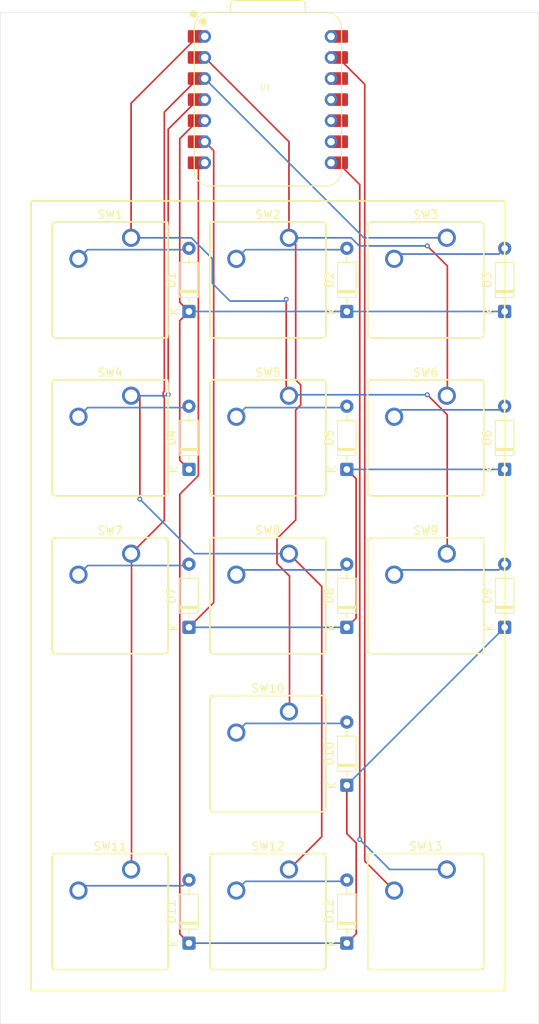
<source format=kicad_pcb>
(kicad_pcb (version 20241229) (generator "pcbnew") (generator_version "9.0")
  (layers (0 "F.Cu" signal) (2 "B.Cu" signal) (13 "F.Paste" user) (15 "B.Paste" user) (5 "F.SilkS" user "F.Silkscreen") (7 "B.SilkS" user "B.Silkscreen") (1 "F.Mask" user) (3 "B.Mask" user) (25 "Edge.Cuts" user))
  (net 0 "")
  (net 1 "Net-(D1-A)")
  (net 2 "GPIO6{slash}SDA")
  (net 3 "Net-(D2-A)")
  (net 4 "Net-(D3-A)")
  (net 5 "Net-(D4-A)")
  (net 6 "GPIO7{slash}SCL")
  (net 7 "Net-(D5-A)")
  (net 8 "Net-(D6-A)")
  (net 9 "Net-(D7-A)")
  (net 10 "Net-(D8-A)")
  (net 11 "Net-(D9-A)")
  (net 12 "GPIO0{slash}TX")
  (net 13 "Net-(D10-A)")
  (net 14 "Net-(D11-A)")
  (net 15 "Net-(D12-A)")
  (net 16 "GPIO26{slash}ADC0{slash}A0")
  (net 17 "GPIO27{slash}ADC1{slash}A1")
  (net 18 "GPIO28{slash}ADC2{slash}A2")
  (net 19 "GPIO29{slash}ADC3{slash}A3")
  (net 20 "GPIO1{slash}RX")
  (net 21 "GND")
  (footprint "Diode_THT:D_DO-35_SOD27_P7.62mm_Horizontal" (layer "F.Cu") (at 154.7813 87.1537 90)
    (property "Reference" "D7" (at 3.81 -2.12 90) (layer "F.SilkS"))
    (property "Value" "1N4148")
    (fp_text user "K" (at 0 -1.8 90) (layer "F.SilkS"))
    (pad "1" thru_hole roundrect (at 0 0 90) (size 1.6 1.6) (drill 0.8) (layers "*.Cu" "*.Mask") (roundrect_rratio 0.15625) (net 6 "GPIO7{slash}SCL"))
    (pad "2" thru_hole circle (at 7.62 0 90) (size 1.6 1.6) (drill 0.8) (layers "*.Cu" "*.Mask") (net 9 "Net-(D7-A)"))
  )
  (footprint "Library:SW_Cherry_MX_1.00u_PCB WITH 3D" (layer "F.Cu") (at 166.8463 116.3637)
    (property "Reference" "SW12" (at -2.54 -2.794 0) (layer "F.SilkS"))
    (property "Value" "SW_Push")
    (pad "" np_thru_hole circle (at -7.62 5.08) (size 1.7 1.7) (drill 1.7) (layers "*.Cu" "*.Mask"))
    (pad "" np_thru_hole circle (at -2.54 5.08) (size 4 4) (drill 4) (layers "*.Cu" "*.Mask"))
    (pad "" np_thru_hole circle (at 2.54 5.08) (size 1.7 1.7) (drill 1.7) (layers "*.Cu" "*.Mask"))
    (pad "1" thru_hole circle (at 0 0) (size 2.2 2.2) (drill 1.5) (layers "*.Cu" "*.Mask") (net 19 "GPIO29{slash}ADC3{slash}A3"))
    (pad "2" thru_hole circle (at -6.35 2.54) (size 2.2 2.2) (drill 1.5) (layers "*.Cu" "*.Mask") (net 15 "Net-(D12-A)"))
  )
  (footprint "Library:SW_Cherry_MX_1.00u_PCB WITH 3D" (layer "F.Cu") (at 147.7963 116.3637)
    (property "Reference" "SW11" (at -2.54 -2.794 0) (layer "F.SilkS"))
    (property "Value" "SW_Push")
    (pad "" np_thru_hole circle (at -7.62 5.08) (size 1.7 1.7) (drill 1.7) (layers "*.Cu" "*.Mask"))
    (pad "" np_thru_hole circle (at -2.54 5.08) (size 4 4) (drill 4) (layers "*.Cu" "*.Mask"))
    (pad "" np_thru_hole circle (at 2.54 5.08) (size 1.7 1.7) (drill 1.7) (layers "*.Cu" "*.Mask"))
    (pad "1" thru_hole circle (at 0 0) (size 2.2 2.2) (drill 1.5) (layers "*.Cu" "*.Mask") (net 18 "GPIO28{slash}ADC2{slash}A2"))
    (pad "2" thru_hole circle (at -6.35 2.54) (size 2.2 2.2) (drill 1.5) (layers "*.Cu" "*.Mask") (net 14 "Net-(D11-A)"))
  )
  (footprint "Library:SW_Cherry_MX_1.00u_PCB WITH 3D" (layer "F.Cu") (at 166.8463 59.2137)
    (property "Reference" "SW5" (at -2.54 -2.794 0) (layer "F.SilkS"))
    (property "Value" "SW_Push")
    (pad "" np_thru_hole circle (at -7.62 5.08) (size 1.7 1.7) (drill 1.7) (layers "*.Cu" "*.Mask"))
    (pad "" np_thru_hole circle (at -2.54 5.08) (size 4 4) (drill 4) (layers "*.Cu" "*.Mask"))
    (pad "" np_thru_hole circle (at 2.54 5.08) (size 1.7 1.7) (drill 1.7) (layers "*.Cu" "*.Mask"))
    (pad "1" thru_hole circle (at 0 0) (size 2.2 2.2) (drill 1.5) (layers "*.Cu" "*.Mask") (net 16 "GPIO26{slash}ADC0{slash}A0"))
    (pad "2" thru_hole circle (at -6.35 2.54) (size 2.2 2.2) (drill 1.5) (layers "*.Cu" "*.Mask") (net 7 "Net-(D5-A)"))
  )
  (footprint "Diode_THT:D_DO-35_SOD27_P7.62mm_Horizontal" (layer "F.Cu") (at 192.8813 87.1537 90)
    (property "Reference" "D9" (at 3.81 -2.12 90) (layer "F.SilkS"))
    (property "Value" "1N4148")
    (fp_text user "K" (at 0 -1.8 90) (layer "F.SilkS"))
    (pad "1" thru_hole roundrect (at 0 0 90) (size 1.6 1.6) (drill 0.8) (layers "*.Cu" "*.Mask") (roundrect_rratio 0.15625) (net 12 "GPIO0{slash}TX"))
    (pad "2" thru_hole circle (at 7.62 0 90) (size 1.6 1.6) (drill 0.8) (layers "*.Cu" "*.Mask") (net 11 "Net-(D9-A)"))
  )
  (footprint "Diode_THT:D_DO-35_SOD27_P7.62mm_Horizontal" (layer "F.Cu") (at 154.7813 125.2537 90)
    (property "Reference" "D11" (at 3.81 -2.12 90) (layer "F.SilkS"))
    (property "Value" "1N4148")
    (fp_text user "K" (at 0 -1.8 90) (layer "F.SilkS"))
    (pad "1" thru_hole roundrect (at 0 0 90) (size 1.6 1.6) (drill 0.8) (layers "*.Cu" "*.Mask") (roundrect_rratio 0.15625) (net 12 "GPIO0{slash}TX"))
    (pad "2" thru_hole circle (at 7.62 0 90) (size 1.6 1.6) (drill 0.8) (layers "*.Cu" "*.Mask") (net 14 "Net-(D11-A)"))
  )
  (footprint "seeed 2040:XIAO-RP2040-DIP" (layer "F.Cu") (at 164.3063 23.495)
    (property "Reference" "U1" (at -0.3063 -1.495 0) (layer "F.SilkS") (effects (font (size 0.635 0.635) (thickness 0.1016))))
    (property "Value" "XIAO-RP2040-DIP")
    (pad "1" smd roundrect (at -8.455 -7.62 180) (size 2.432 1.524) (layers "F.Cu" "F.Mask") (roundrect_rratio 0.1) (net 16 "GPIO26{slash}ADC0{slash}A0"))
    (pad "1" thru_hole circle (at -7.62 -7.62 180) (size 1.524 1.524) (drill 0.889) (layers "*.Cu" "*.Mask") (net 16 "GPIO26{slash}ADC0{slash}A0"))
    (pad "2" smd roundrect (at -8.455 -5.08 180) (size 2.432 1.524) (layers "F.Cu" "F.Mask") (roundrect_rratio 0.1) (net 17 "GPIO27{slash}ADC1{slash}A1"))
    (pad "2" thru_hole circle (at -7.62 -5.08 180) (size 1.524 1.524) (drill 0.889) (layers "*.Cu" "*.Mask") (net 17 "GPIO27{slash}ADC1{slash}A1"))
    (pad "3" smd roundrect (at -8.455 -2.54 180) (size 2.432 1.524) (layers "F.Cu" "F.Mask") (roundrect_rratio 0.1) (net 18 "GPIO28{slash}ADC2{slash}A2"))
    (pad "3" thru_hole circle (at -7.62 -2.54 180) (size 1.524 1.524) (drill 0.889) (layers "*.Cu" "*.Mask") (net 18 "GPIO28{slash}ADC2{slash}A2"))
    (pad "4" smd roundrect (at -8.455 0 180) (size 2.432 1.524) (layers "F.Cu" "F.Mask") (roundrect_rratio 0.1) (net 19 "GPIO29{slash}ADC3{slash}A3"))
    (pad "4" thru_hole circle (at -7.62 0 180) (size 1.524 1.524) (drill 0.889) (layers "*.Cu" "*.Mask") (net 19 "GPIO29{slash}ADC3{slash}A3"))
    (pad "5" smd roundrect (at -8.455 2.54 180) (size 2.432 1.524) (layers "F.Cu" "F.Mask") (roundrect_rratio 0.1) (net 2 "GPIO6{slash}SDA"))
    (pad "5" thru_hole circle (at -7.62 2.54 180) (size 1.524 1.524) (drill 0.889) (layers "*.Cu" "*.Mask") (net 2 "GPIO6{slash}SDA"))
    (pad "6" smd roundrect (at -8.455 5.08 180) (size 2.432 1.524) (layers "F.Cu" "F.Mask") (roundrect_rratio 0.1) (net 6 "GPIO7{slash}SCL"))
    (pad "6" thru_hole circle (at -7.62 5.08 180) (size 1.524 1.524) (drill 0.889) (layers "*.Cu" "*.Mask") (net 6 "GPIO7{slash}SCL"))
    (pad "7" smd roundrect (at -8.455 7.62 180) (size 2.432 1.524) (layers "F.Cu" "F.Mask") (roundrect_rratio 0.1) (net 12 "GPIO0{slash}TX"))
    (pad "7" thru_hole circle (at -7.62 7.62 180) (size 1.524 1.524) (drill 0.889) (layers "*.Cu" "*.Mask") (net 12 "GPIO0{slash}TX"))
    (pad "8" thru_hole circle (at 7.62 7.62) (size 1.524 1.524) (drill 0.889) (layers "*.Cu" "*.Mask") (net 20 "GPIO1{slash}RX"))
    (pad "8" smd roundrect (at 8.455 7.62) (size 2.432 1.524) (layers "F.Cu" "F.Mask") (roundrect_rratio 0.1) (net 20 "GPIO1{slash}RX"))
    (pad "9" thru_hole circle (at 7.62 5.08) (size 1.524 1.524) (drill 0.889) (layers "*.Cu" "*.Mask"))
    (pad "9" smd roundrect (at 8.455 5.08) (size 2.432 1.524) (layers "F.Cu" "F.Mask") (roundrect_rratio 0.1))
    (pad "10" thru_hole circle (at 7.62 2.54) (size 1.524 1.524) (drill 0.889) (layers "*.Cu" "*.Mask"))
    (pad "10" smd roundrect (at 8.455 2.54) (size 2.432 1.524) (layers "F.Cu" "F.Mask") (roundrect_rratio 0.1))
    (pad "11" thru_hole circle (at 7.62 0) (size 1.524 1.524) (drill 0.889) (layers "*.Cu" "*.Mask"))
    (pad "11" smd roundrect (at 8.455 0) (size 2.432 1.524) (layers "F.Cu" "F.Mask") (roundrect_rratio 0.1))
    (pad "12" thru_hole circle (at 7.62 -2.54) (size 1.524 1.524) (drill 0.889) (layers "*.Cu" "*.Mask"))
    (pad "12" smd roundrect (at 8.455 -2.54) (size 2.432 1.524) (layers "F.Cu" "F.Mask") (roundrect_rratio 0.1))
    (pad "13" thru_hole circle (at 7.62 -5.08) (size 1.524 1.524) (drill 0.889) (layers "*.Cu" "*.Mask") (net 21 "GND"))
    (pad "13" smd roundrect (at 8.455 -5.08) (size 2.432 1.524) (layers "F.Cu" "F.Mask") (roundrect_rratio 0.1) (net 21 "GND"))
    (pad "14" thru_hole circle (at 7.62 -7.62) (size 1.524 1.524) (drill 0.889) (layers "*.Cu" "*.Mask"))
    (pad "14" smd roundrect (at 8.455 -7.62) (size 2.432 1.524) (layers "F.Cu" "F.Mask") (roundrect_rratio 0.1))
  )
  (footprint "Diode_THT:D_DO-35_SOD27_P7.62mm_Horizontal" (layer "F.Cu") (at 154.7813 49.0537 90)
    (property "Reference" "D1" (at 3.81 -2.12 90) (layer "F.SilkS"))
    (property "Value" "1N4148")
    (fp_text user "K" (at 0 -1.8 90) (layer "F.SilkS"))
    (pad "1" thru_hole roundrect (at 0 0 90) (size 1.6 1.6) (drill 0.8) (layers "*.Cu" "*.Mask") (roundrect_rratio 0.15625) (net 2 "GPIO6{slash}SDA"))
    (pad "2" thru_hole circle (at 7.62 0 90) (size 1.6 1.6) (drill 0.8) (layers "*.Cu" "*.Mask") (net 1 "Net-(D1-A)"))
  )
  (footprint "Diode_THT:D_DO-35_SOD27_P7.62mm_Horizontal" (layer "F.Cu") (at 173.8313 87.1537 90)
    (property "Reference" "D8" (at 3.81 -2.12 90) (layer "F.SilkS"))
    (property "Value" "1N4148")
    (fp_text user "K" (at 0 -1.8 90) (layer "F.SilkS"))
    (pad "1" thru_hole roundrect (at 0 0 90) (size 1.6 1.6) (drill 0.8) (layers "*.Cu" "*.Mask") (roundrect_rratio 0.15625) (net 6 "GPIO7{slash}SCL"))
    (pad "2" thru_hole circle (at 7.62 0 90) (size 1.6 1.6) (drill 0.8) (layers "*.Cu" "*.Mask") (net 10 "Net-(D8-A)"))
  )
  (footprint "Library:SW_Cherry_MX_1.00u_PCB WITH 3D" (layer "F.Cu") (at 147.7963 78.2637)
    (property "Reference" "SW7" (at -2.54 -2.794 0) (layer "F.SilkS"))
    (property "Value" "SW_Push")
    (pad "" np_thru_hole circle (at -7.62 5.08) (size 1.7 1.7) (drill 1.7) (layers "*.Cu" "*.Mask"))
    (pad "" np_thru_hole circle (at -2.54 5.08) (size 4 4) (drill 4) (layers "*.Cu" "*.Mask"))
    (pad "" np_thru_hole circle (at 2.54 5.08) (size 1.7 1.7) (drill 1.7) (layers "*.Cu" "*.Mask"))
    (pad "1" thru_hole circle (at 0 0) (size 2.2 2.2) (drill 1.5) (layers "*.Cu" "*.Mask") (net 18 "GPIO28{slash}ADC2{slash}A2"))
    (pad "2" thru_hole circle (at -6.35 2.54) (size 2.2 2.2) (drill 1.5) (layers "*.Cu" "*.Mask") (net 9 "Net-(D7-A)"))
  )
  (footprint "Library:SW_Cherry_MX_1.00u_PCB WITH 3D" (layer "F.Cu") (at 166.8463 40.1637)
    (property "Reference" "SW2" (at -2.54 -2.794 0) (layer "F.SilkS"))
    (property "Value" "SW_Push")
    (pad "" np_thru_hole circle (at -7.62 5.08) (size 1.7 1.7) (drill 1.7) (layers "*.Cu" "*.Mask"))
    (pad "" np_thru_hole circle (at -2.54 5.08) (size 4 4) (drill 4) (layers "*.Cu" "*.Mask"))
    (pad "" np_thru_hole circle (at 2.54 5.08) (size 1.7 1.7) (drill 1.7) (layers "*.Cu" "*.Mask"))
    (pad "1" thru_hole circle (at 0 0) (size 2.2 2.2) (drill 1.5) (layers "*.Cu" "*.Mask") (net 17 "GPIO27{slash}ADC1{slash}A1"))
    (pad "2" thru_hole circle (at -6.35 2.54) (size 2.2 2.2) (drill 1.5) (layers "*.Cu" "*.Mask") (net 3 "Net-(D2-A)"))
  )
  (footprint "Diode_THT:D_DO-35_SOD27_P7.62mm_Horizontal" (layer "F.Cu") (at 192.8813 68.1037 90)
    (property "Reference" "D6" (at 3.81 -2.12 90) (layer "F.SilkS"))
    (property "Value" "1N4148")
    (fp_text user "K" (at 0 -1.8 90) (layer "F.SilkS"))
    (pad "1" thru_hole roundrect (at 0 0 90) (size 1.6 1.6) (drill 0.8) (layers "*.Cu" "*.Mask") (roundrect_rratio 0.15625) (net 6 "GPIO7{slash}SCL"))
    (pad "2" thru_hole circle (at 7.62 0 90) (size 1.6 1.6) (drill 0.8) (layers "*.Cu" "*.Mask") (net 8 "Net-(D6-A)"))
  )
  (footprint "Diode_THT:D_DO-35_SOD27_P7.62mm_Horizontal" (layer "F.Cu") (at 154.7813 68.1037 90)
    (property "Reference" "D4" (at 3.81 -2.12 90) (layer "F.SilkS"))
    (property "Value" "1N4148")
    (fp_text user "K" (at 0 -1.8 90) (layer "F.SilkS"))
    (pad "1" thru_hole roundrect (at 0 0 90) (size 1.6 1.6) (drill 0.8) (layers "*.Cu" "*.Mask") (roundrect_rratio 0.15625) (net 2 "GPIO6{slash}SDA"))
    (pad "2" thru_hole circle (at 7.62 0 90) (size 1.6 1.6) (drill 0.8) (layers "*.Cu" "*.Mask") (net 5 "Net-(D4-A)"))
  )
  (footprint "Library:SW_Cherry_MX_1.00u_PCB WITH 3D" (layer "F.Cu") (at 166.8463 78.2637)
    (property "Reference" "SW8" (at -2.54 -2.794 0) (layer "F.SilkS"))
    (property "Value" "SW_Push")
    (pad "" np_thru_hole circle (at -7.62 5.08) (size 1.7 1.7) (drill 1.7) (layers "*.Cu" "*.Mask"))
    (pad "" np_thru_hole circle (at -2.54 5.08) (size 4 4) (drill 4) (layers "*.Cu" "*.Mask"))
    (pad "" np_thru_hole circle (at 2.54 5.08) (size 1.7 1.7) (drill 1.7) (layers "*.Cu" "*.Mask"))
    (pad "1" thru_hole circle (at 0 0) (size 2.2 2.2) (drill 1.5) (layers "*.Cu" "*.Mask") (net 19 "GPIO29{slash}ADC3{slash}A3"))
    (pad "2" thru_hole circle (at -6.35 2.54) (size 2.2 2.2) (drill 1.5) (layers "*.Cu" "*.Mask") (net 10 "Net-(D8-A)"))
  )
  (footprint "Diode_THT:D_DO-35_SOD27_P7.62mm_Horizontal" (layer "F.Cu") (at 173.8313 68.1037 90)
    (property "Reference" "D5" (at 3.81 -2.12 90) (layer "F.SilkS"))
    (property "Value" "1N4148")
    (fp_text user "K" (at 0 -1.8 90) (layer "F.SilkS"))
    (pad "1" thru_hole roundrect (at 0 0 90) (size 1.6 1.6) (drill 0.8) (layers "*.Cu" "*.Mask") (roundrect_rratio 0.15625) (net 6 "GPIO7{slash}SCL"))
    (pad "2" thru_hole circle (at 7.62 0 90) (size 1.6 1.6) (drill 0.8) (layers "*.Cu" "*.Mask") (net 7 "Net-(D5-A)"))
  )
  (footprint "Library:SW_Cherry_MX_1.00u_PCB WITH 3D" (layer "F.Cu") (at 147.7963 59.2137)
    (property "Reference" "SW4" (at -2.54 -2.794 0) (layer "F.SilkS"))
    (property "Value" "SW_Push")
    (pad "" np_thru_hole circle (at -7.62 5.08) (size 1.7 1.7) (drill 1.7) (layers "*.Cu" "*.Mask"))
    (pad "" np_thru_hole circle (at -2.54 5.08) (size 4 4) (drill 4) (layers "*.Cu" "*.Mask"))
    (pad "" np_thru_hole circle (at 2.54 5.08) (size 1.7 1.7) (drill 1.7) (layers "*.Cu" "*.Mask"))
    (pad "1" thru_hole circle (at 0 0) (size 2.2 2.2) (drill 1.5) (layers "*.Cu" "*.Mask") (net 19 "GPIO29{slash}ADC3{slash}A3"))
    (pad "2" thru_hole circle (at -6.35 2.54) (size 2.2 2.2) (drill 1.5) (layers "*.Cu" "*.Mask") (net 5 "Net-(D4-A)"))
  )
  (footprint "Library:SW_Cherry_MX_1.00u_PCB WITH 3D" (layer "F.Cu") (at 166.8463 97.3137)
    (property "Reference" "SW10" (at -2.54 -2.794 0) (layer "F.SilkS"))
    (property "Value" "SW_Push")
    (pad "" np_thru_hole circle (at -7.62 5.08) (size 1.7 1.7) (drill 1.7) (layers "*.Cu" "*.Mask"))
    (pad "" np_thru_hole circle (at -2.54 5.08) (size 4 4) (drill 4) (layers "*.Cu" "*.Mask"))
    (pad "" np_thru_hole circle (at 2.54 5.08) (size 1.7 1.7) (drill 1.7) (layers "*.Cu" "*.Mask"))
    (pad "1" thru_hole circle (at 0 0) (size 2.2 2.2) (drill 1.5) (layers "*.Cu" "*.Mask") (net 17 "GPIO27{slash}ADC1{slash}A1"))
    (pad "2" thru_hole circle (at -6.35 2.54) (size 2.2 2.2) (drill 1.5) (layers "*.Cu" "*.Mask") (net 13 "Net-(D10-A)"))
  )
  (footprint "Diode_THT:D_DO-35_SOD27_P7.62mm_Horizontal" (layer "F.Cu") (at 173.8313 49.0537 90)
    (property "Reference" "D2" (at 3.81 -2.12 90) (layer "F.SilkS"))
    (property "Value" "1N4148")
    (fp_text user "K" (at 0 -1.8 90) (layer "F.SilkS"))
    (pad "1" thru_hole roundrect (at 0 0 90) (size 1.6 1.6) (drill 0.8) (layers "*.Cu" "*.Mask") (roundrect_rratio 0.15625) (net 2 "GPIO6{slash}SDA"))
    (pad "2" thru_hole circle (at 7.62 0 90) (size 1.6 1.6) (drill 0.8) (layers "*.Cu" "*.Mask") (net 3 "Net-(D2-A)"))
  )
  (footprint "Library:SW_Cherry_MX_1.00u_PCB WITH 3D" (layer "F.Cu") (at 147.7963 40.1637)
    (property "Reference" "SW1" (at -2.54 -2.794 0) (layer "F.SilkS"))
    (property "Value" "SW_Push")
    (pad "" np_thru_hole circle (at -7.62 5.08) (size 1.7 1.7) (drill 1.7) (layers "*.Cu" "*.Mask"))
    (pad "" np_thru_hole circle (at -2.54 5.08) (size 4 4) (drill 4) (layers "*.Cu" "*.Mask"))
    (pad "" np_thru_hole circle (at 2.54 5.08) (size 1.7 1.7) (drill 1.7) (layers "*.Cu" "*.Mask"))
    (pad "1" thru_hole circle (at 0 0) (size 2.2 2.2) (drill 1.5) (layers "*.Cu" "*.Mask") (net 16 "GPIO26{slash}ADC0{slash}A0"))
    (pad "2" thru_hole circle (at -6.35 2.54) (size 2.2 2.2) (drill 1.5) (layers "*.Cu" "*.Mask") (net 1 "Net-(D1-A)"))
  )
  (footprint "Library:SW_Cherry_MX_1.00u_PCB WITH 3D" (layer "F.Cu") (at 185.8963 116.3637)
    (property "Reference" "SW13" (at -2.54 -2.794 0) (layer "F.SilkS"))
    (property "Value" "SW_Push")
    (pad "" np_thru_hole circle (at -7.62 5.08) (size 1.7 1.7) (drill 1.7) (layers "*.Cu" "*.Mask"))
    (pad "" np_thru_hole circle (at -2.54 5.08) (size 4 4) (drill 4) (layers "*.Cu" "*.Mask"))
    (pad "" np_thru_hole circle (at 2.54 5.08) (size 1.7 1.7) (drill 1.7) (layers "*.Cu" "*.Mask"))
    (pad "1" thru_hole circle (at 0 0) (size 2.2 2.2) (drill 1.5) (layers "*.Cu" "*.Mask") (net 20 "GPIO1{slash}RX"))
    (pad "2" thru_hole circle (at -6.35 2.54) (size 2.2 2.2) (drill 1.5) (layers "*.Cu" "*.Mask") (net 21 "GND"))
  )
  (footprint "Library:SW_Cherry_MX_1.00u_PCB WITH 3D" (layer "F.Cu") (at 185.8963 40.1637)
    (property "Reference" "SW3" (at -2.54 -2.794 0) (layer "F.SilkS"))
    (property "Value" "SW_Push")
    (pad "" np_thru_hole circle (at -7.62 5.08) (size 1.7 1.7) (drill 1.7) (layers "*.Cu" "*.Mask"))
    (pad "" np_thru_hole circle (at -2.54 5.08) (size 4 4) (drill 4) (layers "*.Cu" "*.Mask"))
    (pad "" np_thru_hole circle (at 2.54 5.08) (size 1.7 1.7) (drill 1.7) (layers "*.Cu" "*.Mask"))
    (pad "1" thru_hole circle (at 0 0) (size 2.2 2.2) (drill 1.5) (layers "*.Cu" "*.Mask") (net 18 "GPIO28{slash}ADC2{slash}A2"))
    (pad "2" thru_hole circle (at -6.35 2.54) (size 2.2 2.2) (drill 1.5) (layers "*.Cu" "*.Mask") (net 4 "Net-(D3-A)"))
  )
  (footprint "Diode_THT:D_DO-35_SOD27_P7.62mm_Horizontal" (layer "F.Cu") (at 173.8313 106.2037 90)
    (property "Reference" "D10" (at 3.81 -2.12 90) (layer "F.SilkS"))
    (property "Value" "1N4148")
    (fp_text user "K" (at 0 -1.8 90) (layer "F.SilkS"))
    (pad "1" thru_hole roundrect (at 0 0 90) (size 1.6 1.6) (drill 0.8) (layers "*.Cu" "*.Mask") (roundrect_rratio 0.15625) (net 12 "GPIO0{slash}TX"))
    (pad "2" thru_hole circle (at 7.62 0 90) (size 1.6 1.6) (drill 0.8) (layers "*.Cu" "*.Mask") (net 13 "Net-(D10-A)"))
  )
  (footprint "Library:SW_Cherry_MX_1.00u_PCB WITH 3D" (layer "F.Cu") (at 185.8963 78.2637)
    (property "Reference" "SW9" (at -2.54 -2.794 0) (layer "F.SilkS"))
    (property "Value" "SW_Push")
    (pad "" np_thru_hole circle (at -7.62 5.08) (size 1.7 1.7) (drill 1.7) (layers "*.Cu" "*.Mask"))
    (pad "" np_thru_hole circle (at -2.54 5.08) (size 4 4) (drill 4) (layers "*.Cu" "*.Mask"))
    (pad "" np_thru_hole circle (at 2.54 5.08) (size 1.7 1.7) (drill 1.7) (layers "*.Cu" "*.Mask"))
    (pad "1" thru_hole circle (at 0 0) (size 2.2 2.2) (drill 1.5) (layers "*.Cu" "*.Mask") (net 16 "GPIO26{slash}ADC0{slash}A0"))
    (pad "2" thru_hole circle (at -6.35 2.54) (size 2.2 2.2) (drill 1.5) (layers "*.Cu" "*.Mask") (net 11 "Net-(D9-A)"))
  )
  (footprint "Diode_THT:D_DO-35_SOD27_P7.62mm_Horizontal" (layer "F.Cu") (at 192.8813 49.0537 90)
    (property "Reference" "D3" (at 3.81 -2.12 90) (layer "F.SilkS"))
    (property "Value" "1N4148")
    (fp_text user "K" (at 0 -1.8 90) (layer "F.SilkS"))
    (pad "1" thru_hole roundrect (at 0 0 90) (size 1.6 1.6) (drill 0.8) (layers "*.Cu" "*.Mask") (roundrect_rratio 0.15625) (net 2 "GPIO6{slash}SDA"))
    (pad "2" thru_hole circle (at 7.62 0 90) (size 1.6 1.6) (drill 0.8) (layers "*.Cu" "*.Mask") (net 4 "Net-(D3-A)"))
  )
  (footprint "Library:SW_Cherry_MX_1.00u_PCB WITH 3D" (layer "F.Cu") (at 185.8963 59.2137)
    (property "Reference" "SW6" (at -2.54 -2.794 0) (layer "F.SilkS"))
    (property "Value" "SW_Push")
    (pad "" np_thru_hole circle (at -7.62 5.08) (size 1.7 1.7) (drill 1.7) (layers "*.Cu" "*.Mask"))
    (pad "" np_thru_hole circle (at -2.54 5.08) (size 4 4) (drill 4) (layers "*.Cu" "*.Mask"))
    (pad "" np_thru_hole circle (at 2.54 5.08) (size 1.7 1.7) (drill 1.7) (layers "*.Cu" "*.Mask"))
    (pad "1" thru_hole circle (at 0 0) (size 2.2 2.2) (drill 1.5) (layers "*.Cu" "*.Mask") (net 17 "GPIO27{slash}ADC1{slash}A1"))
    (pad "2" thru_hole circle (at -6.35 2.54) (size 2.2 2.2) (drill 1.5) (layers "*.Cu" "*.Mask") (net 8 "Net-(D6-A)"))
  )
  (footprint "Diode_THT:D_DO-35_SOD27_P7.62mm_Horizontal" (layer "F.Cu") (at 173.8313 125.2537 90)
    (property "Reference" "D12" (at 3.81 -2.12 90) (layer "F.SilkS"))
    (property "Value" "1N4148")
    (fp_text user "K" (at 0 -1.8 90) (layer "F.SilkS"))
    (pad "1" thru_hole roundrect (at 0 0 90) (size 1.6 1.6) (drill 0.8) (layers "*.Cu" "*.Mask") (roundrect_rratio 0.15625) (net 12 "GPIO0{slash}TX"))
    (pad "2" thru_hole circle (at 7.62 0 90) (size 1.6 1.6) (drill 0.8) (layers "*.Cu" "*.Mask") (net 15 "Net-(D12-A)"))
  )
  (gr_line (start 176.85625 52.24375) (end 189.85625 52.24375) (stroke (width 0.2)) (layer "F.SilkS"))
  (gr_arc (start 170.80625 95.39375) (mid 171.159803 95.540197) (end 171.30625 95.89375) (stroke (width 0.2)) (layer "F.SilkS"))
  (gr_line (start 176.85625 128.44375) (end 189.85625 128.44375) (stroke (width 0.2)) (layer "F.SilkS"))
  (gr_arc (start 157.80625 109.39375) (mid 157.452697 109.247303) (end 157.30625 108.89375) (stroke (width 0.2)) (layer "F.SilkS"))
  (gr_arc (start 189.85625 114.44375) (mid 190.209803 114.590197) (end 190.35625 114.94375) (stroke (width 0.2)) (layer "F.SilkS"))
  (gr_line (start 135.73125 130.96875) (end 192.88125 130.96875) (stroke (width 0.2)) (layer "F.SilkS"))
  (gr_arc (start 138.75625 128.44375) (mid 138.402697 128.297303) (end 138.25625 127.94375) (stroke (width 0.2)) (layer "F.SilkS"))
  (gr_arc (start 157.80625 71.29375) (mid 157.452697 71.147303) (end 157.30625 70.79375) (stroke (width 0.2)) (layer "F.SilkS"))
  (gr_arc (start 151.75625 38.24375) (mid 152.109803 38.390197) (end 152.25625 38.74375) (stroke (width 0.2)) (layer "F.SilkS"))
  (gr_line (start 176.85625 57.29375) (end 189.85625 57.29375) (stroke (width 0.2)) (layer "F.SilkS"))
  (gr_arc (start 152.25625 51.74375) (mid 152.109803 52.097303) (end 151.75625 52.24375) (stroke (width 0.2)) (layer "F.SilkS"))
  (gr_arc (start 176.85625 52.24375) (mid 176.502697 52.097303) (end 176.35625 51.74375) (stroke (width 0.2)) (layer "F.SilkS"))
  (gr_line (start 152.25625 57.79375) (end 152.25625 70.79375) (stroke (width 0.2)) (layer "F.SilkS"))
  (gr_arc (start 171.30625 70.79375) (mid 171.159803 71.147303) (end 170.80625 71.29375) (stroke (width 0.2)) (layer "F.SilkS"))
  (gr_line (start 176.35625 57.79375) (end 176.35625 70.79375) (stroke (width 0.2)) (layer "F.SilkS"))
  (gr_line (start 190.35625 114.94375) (end 190.35625 127.94375) (stroke (width 0.2)) (layer "F.SilkS"))
  (gr_arc (start 152.25625 89.84375) (mid 152.109803 90.197303) (end 151.75625 90.34375) (stroke (width 0.2)) (layer "F.SilkS"))
  (gr_line (start 157.80625 38.24375) (end 170.80625 38.24375) (stroke (width 0.2)) (layer "F.SilkS"))
  (gr_line (start 157.80625 128.44375) (end 170.80625 128.44375) (stroke (width 0.2)) (layer "F.SilkS"))
  (gr_arc (start 189.85625 38.24375) (mid 190.209803 38.390197) (end 190.35625 38.74375) (stroke (width 0.2)) (layer "F.SilkS"))
  (gr_line (start 176.85625 114.44375) (end 189.85625 114.44375) (stroke (width 0.2)) (layer "F.SilkS"))
  (gr_arc (start 176.85625 90.34375) (mid 176.502697 90.197303) (end 176.35625 89.84375) (stroke (width 0.2)) (layer "F.SilkS"))
  (gr_arc (start 152.25625 127.94375) (mid 152.109803 128.297303) (end 151.75625 128.44375) (stroke (width 0.2)) (layer "F.SilkS"))
  (gr_arc (start 157.30625 57.79375) (mid 157.452697 57.440197) (end 157.80625 57.29375) (stroke (width 0.2)) (layer "F.SilkS"))
  (gr_arc (start 170.80625 76.34375) (mid 171.159803 76.490197) (end 171.30625 76.84375) (stroke (width 0.2)) (layer "F.SilkS"))
  (gr_arc (start 176.85625 128.44375) (mid 176.502697 128.297303) (end 176.35625 127.94375) (stroke (width 0.2)) (layer "F.SilkS"))
  (gr_line (start 157.30625 57.79375) (end 157.30625 70.79375) (stroke (width 0.2)) (layer "F.SilkS"))
  (gr_arc (start 151.75625 57.29375) (mid 152.109803 57.440197) (end 152.25625 57.79375) (stroke (width 0.2)) (layer "F.SilkS"))
  (gr_arc (start 157.30625 95.89375) (mid 157.452697 95.540197) (end 157.80625 95.39375) (stroke (width 0.2)) (layer "F.SilkS"))
  (gr_line (start 157.30625 38.74375) (end 157.30625 51.74375) (stroke (width 0.2)) (layer "F.SilkS"))
  (gr_arc (start 171.30625 127.94375) (mid 171.159803 128.297303) (end 170.80625 128.44375) (stroke (width 0.2)) (layer "F.SilkS"))
  (gr_arc (start 190.35625 51.74375) (mid 190.209803 52.097303) (end 189.85625 52.24375) (stroke (width 0.2)) (layer "F.SilkS"))
  (gr_line (start 157.80625 52.24375) (end 170.80625 52.24375) (stroke (width 0.2)) (layer "F.SilkS"))
  (gr_arc (start 151.75625 114.44375) (mid 152.109803 114.590197) (end 152.25625 114.94375) (stroke (width 0.2)) (layer "F.SilkS"))
  (gr_arc (start 157.80625 128.44375) (mid 157.452697 128.297303) (end 157.30625 127.94375) (stroke (width 0.2)) (layer "F.SilkS"))
  (gr_line (start 135.73125 35.71875) (end 192.88125 35.71875) (stroke (width 0.2)) (layer "F.SilkS"))
  (gr_line (start 176.85625 90.34375) (end 189.85625 90.34375) (stroke (width 0.2)) (layer "F.SilkS"))
  (gr_line (start 157.30625 76.84375) (end 157.30625 89.84375) (stroke (width 0.2)) (layer "F.SilkS"))
  (gr_line (start 157.80625 95.39375) (end 170.80625 95.39375) (stroke (width 0.2)) (layer "F.SilkS"))
  (gr_arc (start 176.35625 38.74375) (mid 176.502697 38.390197) (end 176.85625 38.24375) (stroke (width 0.2)) (layer "F.SilkS"))
  (gr_line (start 138.75625 128.44375) (end 151.75625 128.44375) (stroke (width 0.2)) (layer "F.SilkS"))
  (gr_line (start 176.35625 76.84375) (end 176.35625 89.84375) (stroke (width 0.2)) (layer "F.SilkS"))
  (gr_line (start 176.35625 38.74375) (end 176.35625 51.74375) (stroke (width 0.2)) (layer "F.SilkS"))
  (gr_line (start 152.25625 38.74375) (end 152.25625 51.74375) (stroke (width 0.2)) (layer "F.SilkS"))
  (gr_line (start 171.30625 57.79375) (end 171.30625 70.79375) (stroke (width 0.2)) (layer "F.SilkS"))
  (gr_line (start 138.25625 76.84375) (end 138.25625 89.84375) (stroke (width 0.2)) (layer "F.SilkS"))
  (gr_line (start 171.30625 76.84375) (end 171.30625 89.84375) (stroke (width 0.2)) (layer "F.SilkS"))
  (gr_line (start 138.75625 90.34375) (end 151.75625 90.34375) (stroke (width 0.2)) (layer "F.SilkS"))
  (gr_arc (start 189.85625 57.29375) (mid 190.209803 57.440197) (end 190.35625 57.79375) (stroke (width 0.2)) (layer "F.SilkS"))
  (gr_line (start 157.80625 114.44375) (end 170.80625 114.44375) (stroke (width 0.2)) (layer "F.SilkS"))
  (gr_arc (start 170.80625 57.29375) (mid 171.159803 57.440197) (end 171.30625 57.79375) (stroke (width 0.2)) (layer "F.SilkS"))
  (gr_line (start 138.25625 57.79375) (end 138.25625 70.79375) (stroke (width 0.2)) (layer "F.SilkS"))
  (gr_arc (start 138.75625 71.29375) (mid 138.402697 71.147303) (end 138.25625 70.79375) (stroke (width 0.2)) (layer "F.SilkS"))
  (gr_arc (start 138.25625 38.74375) (mid 138.402697 38.390197) (end 138.75625 38.24375) (stroke (width 0.2)) (layer "F.SilkS"))
  (gr_arc (start 189.85625 76.34375) (mid 190.209803 76.490197) (end 190.35625 76.84375) (stroke (width 0.2)) (layer "F.SilkS"))
  (gr_arc (start 176.35625 57.79375) (mid 176.502697 57.440197) (end 176.85625 57.29375) (stroke (width 0.2)) (layer "F.SilkS"))
  (gr_arc (start 157.80625 52.24375) (mid 157.452697 52.097303) (end 157.30625 51.74375) (stroke (width 0.2)) (layer "F.SilkS"))
  (gr_arc (start 170.80625 38.24375) (mid 171.159803 38.390197) (end 171.30625 38.74375) (stroke (width 0.2)) (layer "F.SilkS"))
  (gr_line (start 138.75625 38.24375) (end 151.75625 38.24375) (stroke (width 0.2)) (layer "F.SilkS"))
  (gr_line (start 157.30625 95.89375) (end 157.30625 108.89375) (stroke (width 0.2)) (layer "F.SilkS"))
  (gr_arc (start 138.25625 57.79375) (mid 138.402697 57.440197) (end 138.75625 57.29375) (stroke (width 0.2)) (layer "F.SilkS"))
  (gr_arc (start 190.35625 127.94375) (mid 190.209803 128.297303) (end 189.85625 128.44375) (stroke (width 0.2)) (layer "F.SilkS"))
  (gr_line (start 171.30625 38.74375) (end 171.30625 51.74375) (stroke (width 0.2)) (layer "F.SilkS"))
  (gr_line (start 138.75625 57.29375) (end 151.75625 57.29375) (stroke (width 0.2)) (layer "F.SilkS"))
  (gr_line (start 190.35625 57.79375) (end 190.35625 70.79375) (stroke (width 0.2)) (layer "F.SilkS"))
  (gr_arc (start 171.30625 89.84375) (mid 171.159803 90.197303) (end 170.80625 90.34375) (stroke (width 0.2)) (layer "F.SilkS"))
  (gr_line (start 171.30625 114.94375) (end 171.30625 127.94375) (stroke (width 0.2)) (layer "F.SilkS"))
  (gr_line (start 176.85625 38.24375) (end 189.85625 38.24375) (stroke (width 0.2)) (layer "F.SilkS"))
  (gr_arc (start 151.75625 76.34375) (mid 152.109803 76.490197) (end 152.25625 76.84375) (stroke (width 0.2)) (layer "F.SilkS"))
  (gr_line (start 138.75625 76.34375) (end 151.75625 76.34375) (stroke (width 0.2)) (layer "F.SilkS"))
  (gr_arc (start 176.35625 76.84375) (mid 176.502697 76.490197) (end 176.85625 76.34375) (stroke (width 0.2)) (layer "F.SilkS"))
  (gr_line (start 157.80625 71.29375) (end 170.80625 71.29375) (stroke (width 0.2)) (layer "F.SilkS"))
  (gr_line (start 138.75625 71.29375) (end 151.75625 71.29375) (stroke (width 0.2)) (layer "F.SilkS"))
  (gr_line (start 176.35625 114.94375) (end 176.35625 127.94375) (stroke (width 0.2)) (layer "F.SilkS"))
  (gr_arc (start 138.75625 52.24375) (mid 138.402697 52.097303) (end 138.25625 51.74375) (stroke (width 0.2)) (layer "F.SilkS"))
  (gr_line (start 138.25625 114.94375) (end 138.25625 127.94375) (stroke (width 0.2)) (layer "F.SilkS"))
  (gr_arc (start 176.35625 114.94375) (mid 176.502697 114.590197) (end 176.85625 114.44375) (stroke (width 0.2)) (layer "F.SilkS"))
  (gr_arc (start 190.35625 89.84375) (mid 190.209803 90.197303) (end 189.85625 90.34375) (stroke (width 0.2)) (layer "F.SilkS"))
  (gr_line (start 157.30625 114.94375) (end 157.30625 127.94375) (stroke (width 0.2)) (layer "F.SilkS"))
  (gr_arc (start 171.30625 51.74375) (mid 171.159803 52.097303) (end 170.80625 52.24375) (stroke (width 0.2)) (layer "F.SilkS"))
  (gr_line (start 171.30625 95.89375) (end 171.30625 108.89375) (stroke (width 0.2)) (layer "F.SilkS"))
  (gr_arc (start 157.30625 114.94375) (mid 157.452697 114.590197) (end 157.80625 114.44375) (stroke (width 0.2)) (layer "F.SilkS"))
  (gr_line (start 190.35625 76.84375) (end 190.35625 89.84375) (stroke (width 0.2)) (layer "F.SilkS"))
  (gr_arc (start 176.85625 71.29375) (mid 176.502697 71.147303) (end 176.35625 70.79375) (stroke (width 0.2)) (layer "F.SilkS"))
  (gr_arc (start 138.25625 76.84375) (mid 138.402697 76.490197) (end 138.75625 76.34375) (stroke (width 0.2)) (layer "F.SilkS"))
  (gr_line (start 157.80625 109.39375) (end 170.80625 109.39375) (stroke (width 0.2)) (layer "F.SilkS"))
  (gr_line (start 192.88125 130.96875) (end 192.88125 35.71875) (stroke (width 0.2)) (layer "F.SilkS"))
  (gr_line (start 138.25625 38.74375) (end 138.25625 51.74375) (stroke (width 0.2)) (layer "F.SilkS"))
  (gr_arc (start 170.80625 114.44375) (mid 171.159803 114.590197) (end 171.30625 114.94375) (stroke (width 0.2)) (layer "F.SilkS"))
  (gr_line (start 190.35625 38.74375) (end 190.35625 51.74375) (stroke (width 0.2)) (layer "F.SilkS"))
  (gr_line (start 157.80625 76.34375) (end 170.80625 76.34375) (stroke (width 0.2)) (layer "F.SilkS"))
  (gr_arc (start 190.35625 70.79375) (mid 190.209803 71.147303) (end 189.85625 71.29375) (stroke (width 0.2)) (layer "F.SilkS"))
  (gr_line (start 152.25625 76.84375) (end 152.25625 89.84375) (stroke (width 0.2)) (layer "F.SilkS"))
  (gr_line (start 157.80625 90.34375) (end 170.80625 90.34375) (stroke (width 0.2)) (layer "F.SilkS"))
  (gr_arc (start 152.25625 70.79375) (mid 152.109803 71.147303) (end 151.75625 71.29375) (stroke (width 0.2)) (layer "F.SilkS"))
  (gr_line (start 138.75625 114.44375) (end 151.75625 114.44375) (stroke (width 0.2)) (layer "F.SilkS"))
  (gr_line (start 138.75625 52.24375) (end 151.75625 52.24375) (stroke (width 0.2)) (layer "F.SilkS"))
  (gr_arc (start 138.75625 90.34375) (mid 138.402697 90.197303) (end 138.25625 89.84375) (stroke (width 0.2)) (layer "F.SilkS"))
  (gr_line (start 152.25625 114.94375) (end 152.25625 127.94375) (stroke (width 0.2)) (layer "F.SilkS"))
  (gr_arc (start 171.30625 108.89375) (mid 171.159803 109.247303) (end 170.80625 109.39375) (stroke (width 0.2)) (layer "F.SilkS"))
  (gr_arc (start 138.25625 114.94375) (mid 138.402697 114.590197) (end 138.75625 114.44375) (stroke (width 0.2)) (layer "F.SilkS"))
  (gr_line (start 157.80625 57.29375) (end 170.80625 57.29375) (stroke (width 0.2)) (layer "F.SilkS"))
  (gr_arc (start 157.80625 90.34375) (mid 157.452697 90.197303) (end 157.30625 89.84375) (stroke (width 0.2)) (layer "F.SilkS"))
  (gr_line (start 176.85625 71.29375) (end 189.85625 71.29375) (stroke (width 0.2)) (layer "F.SilkS"))
  (gr_line (start 135.73125 130.96875) (end 135.73125 35.71875) (stroke (width 0.2)) (layer "F.SilkS"))
  (gr_arc (start 157.30625 76.84375) (mid 157.452697 76.490197) (end 157.80625 76.34375) (stroke (width 0.2)) (layer "F.SilkS"))
  (gr_arc (start 157.30625 38.74375) (mid 157.452697 38.390197) (end 157.80625 38.24375) (stroke (width 0.2)) (layer "F.SilkS"))
  (gr_line (start 176.85625 76.34375) (end 189.85625 76.34375) (stroke (width 0.2)) (layer "F.SilkS"))
  (gr_rect (start 132 13) (end 197 135) (stroke (width 0.05)) (fill no) (layer "Edge.Cuts"))
  (segment (start 154.6196 41.5954) (end 142.5546 41.5954) (width 0.2) (layer "B.Cu") (net 1))
  (segment (start 142.5546 41.5954) (end 141.4463 42.7037) (width 0.2) (layer "B.Cu") (net 1))
  (segment (start 154.7813 41.4337) (end 154.6196 41.5954) (width 0.2) (layer "B.Cu") (net 1))
  (segment (start 153.6662 47.9386) (end 153.6662 28.2201) (width 0.2) (layer "F.Cu") (net 2))
  (segment (start 154.7813 49.0537) (end 153.6662 47.9386) (width 0.2) (layer "F.Cu") (net 2))
  (segment (start 156.6863 26.035) (end 155.8513 26.035) (width 0.2) (layer "F.Cu") (net 2))
  (segment (start 153.666 50.169) (end 154.7813 49.0537) (width 0.2) (layer "F.Cu") (net 2))
  (segment (start 154.7813 68.1037) (end 153.666 66.9884) (width 0.2) (layer "F.Cu") (net 2))
  (segment (start 153.666 66.9884) (end 153.666 50.169) (width 0.2) (layer "F.Cu") (net 2))
  (segment (start 153.6662 28.2201) (end 155.8513 26.035) (width 0.2) (layer "F.Cu") (net 2))
  (segment (start 169.1282 49.0537) (end 170.2503 49.0537) (width 0.2) (layer "B.Cu") (net 2))
  (segment (start 169.0869 49.0537) (end 169.1282 49.0537) (width 0.2) (layer "B.Cu") (net 2))
  (segment (start 173.0757 49.0537) (end 173.8313 49.0537) (width 0.2) (layer "B.Cu") (net 2))
  (segment (start 172.7122 49.0537) (end 173.0757 49.0537) (width 0.2) (layer "B.Cu") (net 2))
  (segment (start 170.2503 49.0537) (end 172.7122 49.0537) (width 0.2) (layer "B.Cu") (net 2))
  (segment (start 154.7813 49.0537) (end 169.0869 49.0537) (width 0.2) (layer "B.Cu") (net 2))
  (segment (start 173.0757 49.0537) (end 192.8813 49.0537) (width 0.2) (layer "B.Cu") (net 2))
  (segment (start 173.6696 41.5954) (end 161.6046 41.5954) (width 0.2) (layer "B.Cu") (net 3))
  (segment (start 173.8313 41.4337) (end 173.6696 41.5954) (width 0.2) (layer "B.Cu") (net 3))
  (segment (start 161.6046 41.5954) (end 160.4963 42.7037) (width 0.2) (layer "B.Cu") (net 3))
  (segment (start 179.5463 42.7037) (end 180.1263 42.1237) (width 0.2) (layer "B.Cu") (net 4))
  (segment (start 180.1263 42.1237) (end 192.1913 42.1237) (width 0.2) (layer "B.Cu") (net 4))
  (segment (start 192.1913 42.1237) (end 192.8813 41.4337) (width 0.2) (layer "B.Cu") (net 4))
  (segment (start 154.7813 60.4837) (end 154.6196 60.6454) (width 0.2) (layer "B.Cu") (net 5))
  (segment (start 142.5546 60.6454) (end 141.4463 61.7537) (width 0.2) (layer "B.Cu") (net 5))
  (segment (start 154.6196 60.6454) (end 142.5546 60.6454) (width 0.2) (layer "B.Cu") (net 5))
  (segment (start 157.7646 84.1704) (end 154.7813 87.1537) (width 0.2) (layer "F.Cu") (net 6))
  (segment (start 173.8313 68.1037) (end 174.9502 69.2226) (width 0.2) (layer "F.Cu") (net 6))
  (segment (start 156.3101 28.575) (end 156.6863 28.575) (width 0.2) (layer "F.Cu") (net 6))
  (segment (start 174.9502 69.2226) (end 174.9502 86.0348) (width 0.2) (layer "F.Cu") (net 6))
  (segment (start 157.7646 29.6533) (end 157.7646 84.1704) (width 0.2) (layer "F.Cu") (net 6))
  (segment (start 156.2688 28.575) (end 156.3101 28.575) (width 0.2) (layer "F.Cu") (net 6))
  (segment (start 155.8513 28.575) (end 156.2688 28.575) (width 0.2) (layer "F.Cu") (net 6))
  (segment (start 156.6863 28.575) (end 157.7646 29.6533) (width 0.2) (layer "F.Cu") (net 6))
  (segment (start 174.9502 86.0348) (end 173.8313 87.1537) (width 0.2) (layer "F.Cu") (net 6))
  (segment (start 154.7813 87.1537) (end 173.8313 87.1537) (width 0.2) (layer "B.Cu") (net 6))
  (segment (start 173.8313 68.1037) (end 192.8813 68.1037) (width 0.2) (layer "B.Cu") (net 6))
  (segment (start 173.6696 60.6454) (end 161.6046 60.6454) (width 0.2) (layer "B.Cu") (net 7))
  (segment (start 161.6046 60.6454) (end 160.4963 61.7537) (width 0.2) (layer "B.Cu") (net 7))
  (segment (start 173.8313 60.4837) (end 173.6696 60.6454) (width 0.2) (layer "B.Cu") (net 7))
  (segment (start 179.5463 61.7537) (end 180.3822 60.9178) (width 0.2) (layer "B.Cu") (net 8))
  (segment (start 192.4472 60.9178) (end 192.8813 60.4837) (width 0.2) (layer "B.Cu") (net 8))
  (segment (start 180.3822 60.9178) (end 192.4472 60.9178) (width 0.2) (layer "B.Cu") (net 8))
  (segment (start 154.7813 79.5337) (end 154.6196 79.6954) (width 0.2) (layer "B.Cu") (net 9))
  (segment (start 142.5546 79.6954) (end 141.4463 80.8037) (width 0.2) (layer "B.Cu") (net 9))
  (segment (start 154.6196 79.6954) (end 142.5546 79.6954) (width 0.2) (layer "B.Cu") (net 9))
  (segment (start 160.4963 80.8037) (end 161.0763 80.2237) (width 0.2) (layer "B.Cu") (net 10))
  (segment (start 173.1413 80.2237) (end 173.8313 79.5337) (width 0.2) (layer "B.Cu") (net 10))
  (segment (start 161.0763 80.2237) (end 173.1413 80.2237) (width 0.2) (layer "B.Cu") (net 10))
  (segment (start 192.1913 80.2237) (end 192.8813 79.5337) (width 0.2) (layer "B.Cu") (net 11))
  (segment (start 179.5463 80.8037) (end 180.1263 80.2237) (width 0.2) (layer "B.Cu") (net 11))
  (segment (start 180.1263 80.2237) (end 192.1913 80.2237) (width 0.2) (layer "B.Cu") (net 11))
  (segment (start 153.6754 124.1478) (end 153.6754 71.0911) (width 0.2) (layer "F.Cu") (net 12))
  (segment (start 173.8313 112.0387) (end 174.9623 113.1697) (width 0.2) (layer "F.Cu") (net 12))
  (segment (start 153.6754 71.0911) (end 155.9148 68.8517) (width 0.2) (layer "F.Cu") (net 12))
  (segment (start 155.9148 68.8517) (end 155.9148 31.1785) (width 0.2) (layer "F.Cu") (net 12))
  (segment (start 154.7813 125.2537) (end 153.6754 124.1478) (width 0.2) (layer "F.Cu") (net 12))
  (segment (start 155.9148 31.1785) (end 155.8513 31.115) (width 0.2) (layer "F.Cu") (net 12))
  (segment (start 173.8313 106.2037) (end 173.8313 112.0387) (width 0.2) (layer "F.Cu") (net 12))
  (segment (start 174.9623 113.1697) (end 174.9623 124.1227) (width 0.2) (layer "F.Cu") (net 12))
  (segment (start 155.8513 31.115) (end 156.6863 31.115) (width 0.2) (layer "F.Cu") (net 12))
  (segment (start 174.9623 124.1227) (end 173.8313 125.2537) (width 0.2) (layer "F.Cu") (net 12))
  (segment (start 192.8813 87.1537) (end 173.8313 106.2037) (width 0.2) (layer "B.Cu") (net 12))
  (segment (start 154.7813 125.2537) (end 173.8313 125.2537) (width 0.2) (layer "B.Cu") (net 12))
  (segment (start 161.6046 98.7454) (end 160.4963 99.8537) (width 0.2) (layer "B.Cu") (net 13))
  (segment (start 173.6696 98.7454) (end 161.6046 98.7454) (width 0.2) (layer "B.Cu") (net 13))
  (segment (start 173.8313 98.5837) (end 173.6696 98.7454) (width 0.2) (layer "B.Cu") (net 13))
  (segment (start 142.0263 118.3237) (end 154.0913 118.3237) (width 0.2) (layer "B.Cu") (net 14))
  (segment (start 141.4463 118.9037) (end 142.0263 118.3237) (width 0.2) (layer "B.Cu") (net 14))
  (segment (start 154.0913 118.3237) (end 154.7813 117.6337) (width 0.2) (layer "B.Cu") (net 14))
  (segment (start 173.6696 117.7954) (end 161.6046 117.7954) (width 0.2) (layer "B.Cu") (net 15))
  (segment (start 173.8313 117.6337) (end 173.6696 117.7954) (width 0.2) (layer "B.Cu") (net 15))
  (segment (start 161.6046 117.7954) (end 160.4963 118.9037) (width 0.2) (layer "B.Cu") (net 15))
  (segment (start 166.5161 47.5853) (end 166.5161 58.8835) (width 0.2) (layer "F.Cu") (net 16))
  (segment (start 185.9471 78.2129) (end 185.9471 61.5047) (width 0.2) (layer "F.Cu") (net 16))
  (segment (start 166.5161 58.8835) (end 166.8463 59.2137) (width 0.2) (layer "F.Cu") (net 16))
  (segment (start 155.8513 15.875) (end 147.7963 23.93) (width 0.2) (layer "F.Cu") (net 16))
  (segment (start 147.7963 23.93) (end 147.7963 40.1637) (width 0.2) (layer "F.Cu") (net 16))
  (segment (start 185.9471 61.5047) (end 183.5396 59.0972) (width 0.2) (layer "F.Cu") (net 16))
  (segment (start 185.8963 78.2637) (end 185.9471 78.2129) (width 0.2) (layer "F.Cu") (net 16))
  (segment (start 166.5161 47.5853) (end 166.5161 47.8824) (width 0.2) (layer "F.Cu") (net 16))
  (segment (start 166.5161 47.8824) (end 166.5161 47.5853) (width 0.2) (layer "F.Cu") (net 16))
  (segment (start 155.8513 15.875) (end 156.6863 15.875) (width 0.2) (layer "F.Cu") (net 16))
  (via (at 166.5161 47.5853) (size 0.6) (drill 0.3) (layers "F.Cu" "B.Cu") (net 16))
  (via (at 183.5396 59.0972) (size 0.6) (drill 0.3) (layers "F.Cu" "B.Cu") (net 16))
  (segment (start 166.5161 47.8824) (end 166.5161 47.5853) (width 0.2) (layer "B.Cu") (net 16))
  (segment (start 183.5396 59.0972) (end 166.9628 59.0972) (width 0.2) (layer "B.Cu") (net 16))
  (segment (start 166.5161 47.5853) (end 166.5161 47.8824) (width 0.2) (layer "B.Cu") (net 16))
  (segment (start 157.5989 42.6909) (end 157.5989 45.6541) (width 0.2) (layer "B.Cu") (net 16))
  (segment (start 166.9628 59.0972) (end 166.8463 59.2137) (width 0.2) (layer "B.Cu") (net 16))
  (segment (start 159.7402 47.7954) (end 166.306 47.7954) (width 0.2) (layer "B.Cu") (net 16))
  (segment (start 147.7963 40.1637) (end 155.0717 40.1637) (width 0.2) (layer "B.Cu") (net 16))
  (segment (start 155.0717 40.1637) (end 157.5989 42.6909) (width 0.2) (layer "B.Cu") (net 16))
  (segment (start 157.5989 45.6541) (end 159.7402 47.7954) (width 0.2) (layer "B.Cu") (net 16))
  (segment (start 166.306 47.7954) (end 166.5161 47.5853) (width 0.2) (layer "B.Cu") (net 16))
  (segment (start 166.8463 40.1637) (end 167.6595 40.9769) (width 0.2) (layer "F.Cu") (net 17))
  (segment (start 167.6595 40.9769) (end 167.6595 57.3049) (width 0.2) (layer "F.Cu") (net 17))
  (segment (start 166.915 80.9755) (end 166.915 97.245) (width 0.2) (layer "F.Cu") (net 17))
  (segment (start 185.8963 59.2137) (end 185.965 59.145) (width 0.2) (layer "F.Cu") (net 17))
  (segment (start 167.6595 74.2039) (end 165.4032 76.4602) (width 0.2) (layer "F.Cu") (net 17))
  (segment (start 185.965 59.145) (end 185.965 43.5691) (width 0.2) (layer "F.Cu") (net 17))
  (segment (start 168.2658 60.3342) (end 167.6595 60.9405) (width 0.2) (layer "F.Cu") (net 17))
  (segment (start 156.6863 18.415) (end 155.8513 18.415) (width 0.2) (layer "F.Cu") (net 17))
  (segment (start 166.8463 40.1637) (end 166.8463 28.575) (width 0.2) (layer "F.Cu") (net 17))
  (segment (start 166.8463 28.575) (end 156.6863 18.415) (width 0.2) (layer "F.Cu") (net 17))
  (segment (start 167.6595 57.3049) (end 168.2658 57.9112) (width 0.2) (layer "F.Cu") (net 17))
  (segment (start 165.4032 79.4637) (end 166.915 80.9755) (width 0.2) (layer "F.Cu") (net 17))
  (segment (start 168.2658 57.9112) (end 168.2658 60.3342) (width 0.2) (layer "F.Cu") (net 17))
  (segment (start 165.4032 76.4602) (end 165.4032 79.4637) (width 0.2) (layer "F.Cu") (net 17))
  (segment (start 167.6595 60.9405) (end 167.6595 74.2039) (width 0.2) (layer "F.Cu") (net 17))
  (segment (start 166.915 97.245) (end 166.8463 97.3137) (width 0.2) (layer "F.Cu") (net 17))
  (segment (start 185.965 43.5691) (end 183.5396 41.1437) (width 0.2) (layer "F.Cu") (net 17))
  (via (at 183.5396 41.1437) (size 0.6) (drill 0.3) (layers "F.Cu" "B.Cu") (net 17))
  (segment (start 174.3505 40.1637) (end 166.8463 40.1637) (width 0.2) (layer "B.Cu") (net 17))
  (segment (start 175.3305 41.1437) (end 174.3505 40.1637) (width 0.2) (layer "B.Cu") (net 17))
  (segment (start 183.5396 41.1437) (end 175.3305 41.1437) (width 0.2) (layer "B.Cu") (net 17))
  (segment (start 147.7963 116.3637) (end 147.8471 116.3129) (width 0.2) (layer "F.Cu") (net 18))
  (segment (start 151.8056 59.4568) (end 151.8056 74.2544) (width 0.2) (layer "F.Cu") (net 18))
  (segment (start 151.8056 58.6956) (end 151.6741 58.8271) (width 0.2) (layer "F.Cu") (net 18))
  (segment (start 151.6741 59.3253) (end 151.8056 59.4568) (width 0.2) (layer "F.Cu") (net 18))
  (segment (start 151.6741 58.8271) (end 151.6741 59.3253) (width 0.2) (layer "F.Cu") (net 18))
  (segment (start 147.8471 116.3129) (end 147.8471 78.3145) (width 0.2) (layer "F.Cu") (net 18))
  (segment (start 147.8471 78.3145) (end 147.7963 78.2637) (width 0.2) (layer "F.Cu") (net 18))
  (segment (start 156.6863 20.955) (end 155.8513 20.955) (width 0.2) (layer "F.Cu") (net 18))
  (segment (start 151.8056 25.0007) (end 151.8056 58.6956) (width 0.2) (layer "F.Cu") (net 18))
  (segment (start 151.8056 74.2544) (end 147.7963 78.2637) (width 0.2) (layer "F.Cu") (net 18))
  (segment (start 155.8513 20.955) (end 151.8056 25.0007) (width 0.2) (layer "F.Cu") (net 18))
  (segment (start 175.895 40.1637) (end 156.6863 20.955) (width 0.2) (layer "B.Cu") (net 18))
  (segment (start 185.8963 40.1637) (end 175.895 40.1637) (width 0.2) (layer "B.Cu") (net 18))
  (segment (start 170.8034 112.4066) (end 170.8034 82.2208) (width 0.2) (layer "F.Cu") (net 19))
  (segment (start 156.6863 23.495) (end 155.8513 23.495) (width 0.2) (layer "F.Cu") (net 19))
  (segment (start 166.8463 116.3637) (end 170.8034 112.4066) (width 0.2) (layer "F.Cu") (net 19))
  (segment (start 148.8544 59.2137) (end 148.8544 71.69) (width 0.2) (layer "F.Cu") (net 19))
  (segment (start 148.8544 59.2137) (end 147.7963 59.2137) (width 0.2) (layer "F.Cu") (net 19))
  (segment (start 152.2758 27.0705) (end 155.8513 23.495) (width 0.2) (layer "F.Cu") (net 19))
  (segment (start 152.2758 59.0762) (end 152.2758 27.0705) (width 0.2) (layer "F.Cu") (net 19))
  (segment (start 170.8034 82.2208) (end 166.8463 78.2637) (width 0.2) (layer "F.Cu") (net 19))
  (via (at 148.8544 71.69) (size 0.6) (drill 0.3) (layers "F.Cu" "B.Cu") (net 19))
  (via (at 152.2758 59.0762) (size 0.6) (drill 0.3) (layers "F.Cu" "B.Cu") (net 19))
  (segment (start 147.7963 59.2137) (end 152.1383 59.2137) (width 0.2) (layer "B.Cu") (net 19))
  (segment (start 152.1383 59.2137) (end 152.2758 59.0762) (width 0.2) (layer "B.Cu") (net 19))
  (segment (start 148.8544 71.69) (end 155.4281 78.2637) (width 0.2) (layer "B.Cu") (net 19))
  (segment (start 155.4281 78.2637) (end 166.8463 78.2637) (width 0.2) (layer "B.Cu") (net 19))
  (segment (start 171.9263 31.115) (end 172.7613 31.115) (width 0.2) (layer "F.Cu") (net 20))
  (segment (start 175.3896 112.7462) (end 175.3896 33.7433) (width 0.2) (layer "F.Cu") (net 20))
  (segment (start 175.3896 33.7433) (end 172.7613 31.115) (width 0.2) (layer "F.Cu") (net 20))
  (via (at 175.3896 112.7462) (size 0.6) (drill 0.3) (layers "F.Cu" "B.Cu") (net 20))
  (segment (start 179.0071 116.3637) (end 175.3896 112.7462) (width 0.2) (layer "B.Cu") (net 20))
  (segment (start 185.8963 116.3637) (end 179.0071 116.3637) (width 0.2) (layer "B.Cu") (net 20))
  (segment (start 175.9913 115.3487) (end 175.9913 21.645) (width 0.2) (layer "F.Cu") (net 21))
  (segment (start 175.9913 21.645) (end 172.7613 18.415) (width 0.2) (layer "F.Cu") (net 21))
  (segment (start 171.9263 18.415) (end 172.7613 18.415) (width 0.2) (layer "F.Cu") (net 21))
  (segment (start 179.5463 118.9037) (end 175.9913 115.3487) (width 0.2) (layer "F.Cu") (net 21))
)
</source>
